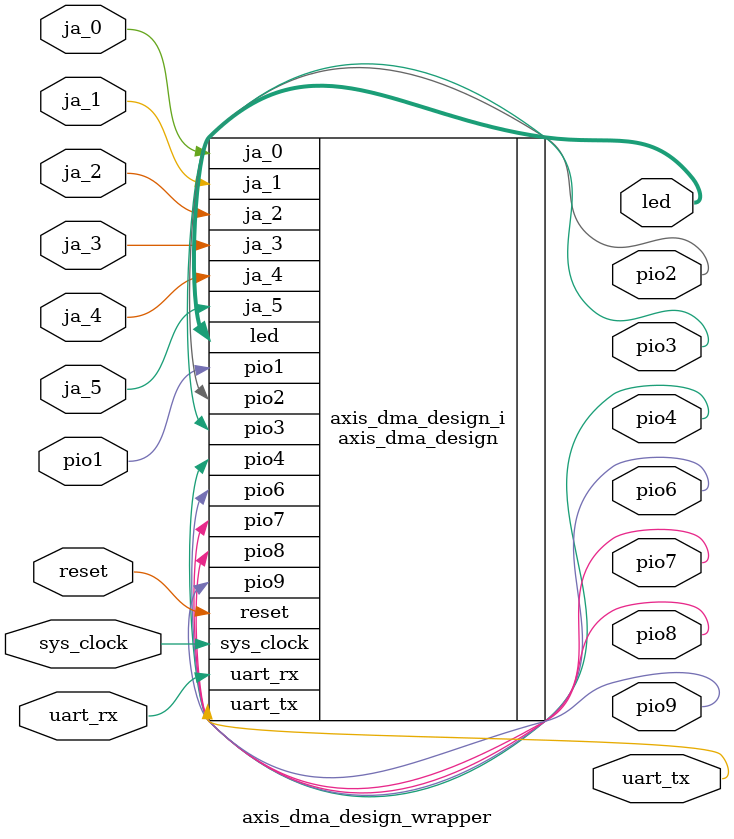
<source format=v>
`timescale 1 ps / 1 ps

module axis_dma_design_wrapper
   (ja_0,
    ja_1,
    ja_2,
    ja_3,
    ja_4,
    ja_5,
    led,
    pio1,
    pio2,
    pio3,
    pio4,
    pio6,
    pio7,
    pio8,
    pio9,
    reset,
    sys_clock,
    uart_rx,
    uart_tx);
  input ja_0;
  input ja_1;
  input ja_2;
  input ja_3;
  input ja_4;
  input ja_5;
  output [6:0]led;
  input pio1;
  output pio2;
  output pio3;
  output pio4;
  output pio6;
  output pio7;
  output pio8;
  output pio9;
  input reset;
  input sys_clock;
  input uart_rx;
  output uart_tx;

  wire ja_0;
  wire ja_1;
  wire ja_2;
  wire ja_3;
  wire ja_4;
  wire ja_5;
  wire [6:0]led;
  wire pio1;
  wire pio2;
  wire pio3;
  wire pio4;
  wire pio6;
  wire pio7;
  wire pio8;
  wire pio9;
  wire reset;
  wire sys_clock;
  wire uart_rx;
  wire uart_tx;

  axis_dma_design axis_dma_design_i
       (.ja_0(ja_0),
        .ja_1(ja_1),
        .ja_2(ja_2),
        .ja_3(ja_3),
        .ja_4(ja_4),
        .ja_5(ja_5),
        .led(led),
        .pio1(pio1),
        .pio2(pio2),
        .pio3(pio3),
        .pio4(pio4),
        .pio6(pio6),
        .pio7(pio7),
        .pio8(pio8),
        .pio9(pio9),
        .reset(reset),
        .sys_clock(sys_clock),
        .uart_rx(uart_rx),
        .uart_tx(uart_tx));
endmodule

</source>
